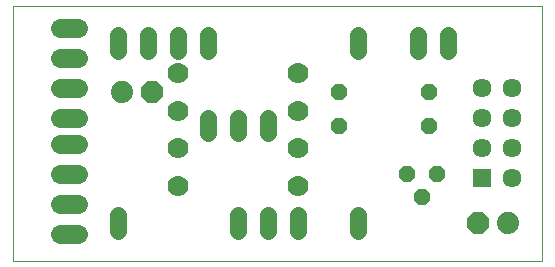
<source format=gts>
G75*
%MOIN*%
%OFA0B0*%
%FSLAX24Y24*%
%IPPOS*%
%LPD*%
%AMOC8*
5,1,8,0,0,1.08239X$1,22.5*
%
%ADD10C,0.0000*%
%ADD11R,0.0634X0.0634*%
%ADD12C,0.0634*%
%ADD13OC8,0.0740*%
%ADD14C,0.0740*%
%ADD15C,0.0700*%
%ADD16OC8,0.0560*%
%ADD17C,0.0560*%
%ADD18C,0.0555*%
%ADD19C,0.0640*%
D10*
X000175Y000150D02*
X000175Y008646D01*
X017795Y008646D01*
X017795Y000150D01*
X000175Y000150D01*
D11*
X015800Y002900D03*
D12*
X016800Y002900D03*
X016800Y003900D03*
X015800Y003900D03*
X015800Y004900D03*
X016800Y004900D03*
X016800Y005900D03*
X015800Y005900D03*
D13*
X015675Y001400D03*
X004800Y005775D03*
D14*
X003800Y005775D03*
X016675Y001400D03*
D15*
X009675Y002650D03*
X009675Y003900D03*
X009675Y005150D03*
X009675Y006400D03*
X005675Y006400D03*
X005675Y005150D03*
X005675Y003900D03*
X005675Y002650D03*
D16*
X011050Y004650D03*
X011050Y005775D03*
X014050Y005775D03*
X014050Y004650D03*
X014300Y003025D03*
X013300Y003025D03*
X013800Y002275D03*
D17*
X008675Y004390D02*
X008675Y004910D01*
X007675Y004910D02*
X007675Y004390D01*
X006675Y004390D02*
X006675Y004910D01*
D18*
X006675Y007143D02*
X006675Y007657D01*
X005675Y007657D02*
X005675Y007143D01*
X004675Y007143D02*
X004675Y007657D01*
X003675Y007657D02*
X003675Y007143D01*
X011675Y007143D02*
X011675Y007657D01*
X013675Y007657D02*
X013675Y007143D01*
X014675Y007143D02*
X014675Y007657D01*
X011675Y001657D02*
X011675Y001143D01*
X009675Y001143D02*
X009675Y001657D01*
X008675Y001657D02*
X008675Y001143D01*
X007675Y001143D02*
X007675Y001657D01*
X003675Y001657D02*
X003675Y001143D01*
D19*
X002350Y001025D02*
X001750Y001025D01*
X001750Y002025D02*
X002350Y002025D01*
X002350Y003025D02*
X001750Y003025D01*
X001750Y004025D02*
X002350Y004025D01*
X002350Y004900D02*
X001750Y004900D01*
X001750Y005900D02*
X002350Y005900D01*
X002350Y006900D02*
X001750Y006900D01*
X001750Y007900D02*
X002350Y007900D01*
M02*

</source>
